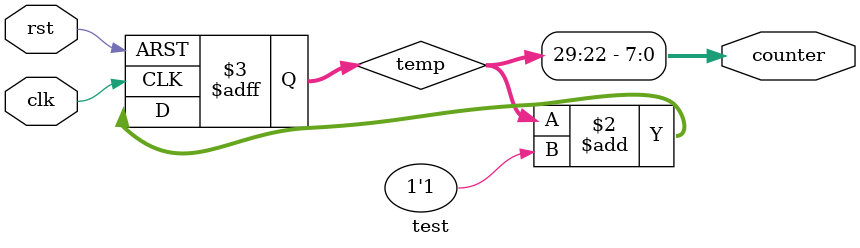
<source format=v>
`timescale 1ns / 1ps


    module test(
        input clk,
        input rst,
        output  [7:0] counter
    );
    reg [29:0] temp;
    assign counter = temp[29:22];
    always @(posedge clk or posedge rst) begin
        if(rst)
            temp<=1'b0;
        else
            temp<=temp+1'b1;
    end
    endmodule

</source>
